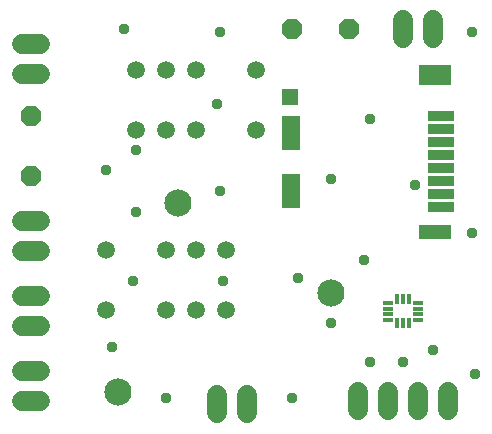
<source format=gts>
G75*
%MOIN*%
%OFA0B0*%
%FSLAX25Y25*%
%IPPOS*%
%LPD*%
%AMOC8*
5,1,8,0,0,1.08239X$1,22.5*
%
%ADD10C,0.09068*%
%ADD11C,0.06800*%
%ADD12OC8,0.06800*%
%ADD13R,0.01784X0.03457*%
%ADD14R,0.03457X0.01784*%
%ADD15C,0.05950*%
%ADD16R,0.11036X0.04737*%
%ADD17R,0.08674X0.03556*%
%ADD18R,0.11036X0.06706*%
%ADD19R,0.06312X0.11430*%
%ADD20R,0.05524X0.05524*%
%ADD21C,0.03778*%
D10*
X0046800Y0021800D03*
X0117800Y0054800D03*
X0066800Y0084800D03*
D11*
X0020800Y0018800D02*
X0014800Y0018800D01*
X0014800Y0028800D02*
X0020800Y0028800D01*
X0020800Y0043800D02*
X0014800Y0043800D01*
X0014800Y0053800D02*
X0020800Y0053800D01*
X0020800Y0068800D02*
X0014800Y0068800D01*
X0014800Y0078800D02*
X0020800Y0078800D01*
X0020800Y0127800D02*
X0014800Y0127800D01*
X0014800Y0137800D02*
X0020800Y0137800D01*
X0141800Y0139800D02*
X0141800Y0145800D01*
X0151800Y0145800D02*
X0151800Y0139800D01*
X0146800Y0021800D02*
X0146800Y0015800D01*
X0156800Y0015800D02*
X0156800Y0021800D01*
X0136800Y0021800D02*
X0136800Y0015800D01*
X0126800Y0015800D02*
X0126800Y0021800D01*
X0089800Y0020800D02*
X0089800Y0014800D01*
X0079800Y0014800D02*
X0079800Y0020800D01*
D12*
X0017800Y0093800D03*
X0017800Y0113800D03*
X0104800Y0142800D03*
X0123800Y0142800D03*
D13*
X0139831Y0052786D03*
X0141800Y0052786D03*
X0143769Y0052786D03*
X0143769Y0044814D03*
X0141800Y0044814D03*
X0139831Y0044814D03*
D14*
X0136830Y0045847D03*
X0136830Y0047816D03*
X0136830Y0049784D03*
X0136830Y0051753D03*
X0146770Y0051753D03*
X0146770Y0049784D03*
X0146770Y0047816D03*
X0146770Y0045847D03*
D15*
X0082934Y0049170D03*
X0072934Y0049170D03*
X0062934Y0049170D03*
X0042934Y0049170D03*
X0042934Y0069170D03*
X0062934Y0069170D03*
X0072934Y0069170D03*
X0082934Y0069170D03*
X0092666Y0109430D03*
X0072666Y0109430D03*
X0062666Y0109430D03*
X0052666Y0109430D03*
X0052666Y0129430D03*
X0062666Y0129430D03*
X0072666Y0129430D03*
X0092666Y0129430D03*
D16*
X0152587Y0075217D03*
D17*
X0154556Y0083485D03*
X0154556Y0087816D03*
X0154556Y0092146D03*
X0154556Y0096477D03*
X0154556Y0100808D03*
X0154556Y0105139D03*
X0154556Y0109469D03*
X0154556Y0113800D03*
D18*
X0152587Y0127776D03*
D19*
X0104556Y0108288D03*
X0104556Y0088997D03*
D20*
X0104162Y0120296D03*
D21*
X0080800Y0141800D03*
X0079800Y0117800D03*
X0052800Y0102689D03*
X0042800Y0095800D03*
X0052800Y0081800D03*
X0051800Y0058800D03*
X0044800Y0036800D03*
X0062800Y0019800D03*
X0104800Y0019800D03*
X0130800Y0031800D03*
X0141800Y0031800D03*
X0151800Y0035800D03*
X0165800Y0027800D03*
X0128800Y0065800D03*
X0106800Y0059800D03*
X0117800Y0044800D03*
X0081800Y0058800D03*
X0080800Y0088800D03*
X0117800Y0092800D03*
X0130800Y0112800D03*
X0145800Y0090800D03*
X0164800Y0074800D03*
X0164800Y0141800D03*
X0048800Y0142800D03*
M02*

</source>
